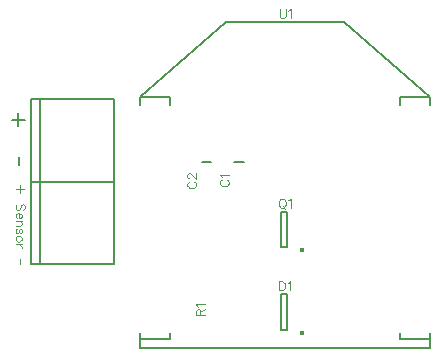
<source format=gto>
G04 DipTrace 2.4.0.2*
%INTopSilk.GTO*%
%MOMM*%
%ADD10C,0.15*%
%ADD13C,0.2*%
%ADD15O,0.392X0.391*%
%ADD33C,0.118*%
%ADD34C,0.196*%
%FSLAX53Y53*%
G04*
G71*
G90*
G75*
G01*
%LNTopSilk*%
%LPD*%
X25600Y-17301D2*
D10*
X26400D1*
X22850D2*
X23650D1*
D15*
X31374Y-31784D3*
X30100Y-31550D2*
D10*
Y-28550D1*
X29600D1*
Y-31550D1*
X30100D1*
X15400Y-12000D2*
D13*
Y-19000D1*
X9200D1*
X8400D1*
Y-12000D1*
X9200D1*
X15400D1*
X9200Y-19000D2*
Y-12000D1*
X15400Y-19000D2*
Y-26000D1*
X9200D1*
X8400D1*
Y-19000D1*
X9200D1*
X15400D1*
X9200Y-26000D2*
Y-19000D1*
D15*
X31374Y-24784D3*
X30100Y-24550D2*
D10*
Y-21550D1*
X29600D1*
Y-24550D1*
X30100D1*
X24909Y-5505D2*
D13*
X34911D1*
X17660Y-11855D2*
X24909Y-5505D1*
X42160Y-11855D2*
X34911Y-5505D1*
X17660Y-32355D2*
Y-33106D1*
X42160Y-32355D2*
Y-33106D1*
X17660D2*
X42160D1*
X17660Y-32355D2*
Y-31806D1*
Y-32355D2*
X20159D1*
Y-31806D1*
Y-12505D2*
Y-11855D1*
X17660D1*
Y-12505D1*
X39661Y-32355D2*
Y-31806D1*
Y-32355D2*
X42160D1*
Y-31806D1*
Y-12505D2*
Y-11855D1*
X39661D1*
Y-12505D1*
X24566Y-18836D2*
D33*
X24494Y-18873D1*
X24420Y-18946D1*
X24384Y-19018D1*
Y-19164D1*
X24420Y-19237D1*
X24494Y-19310D1*
X24566Y-19347D1*
X24676Y-19383D1*
X24858D1*
X24967Y-19347D1*
X25040Y-19310D1*
X25113Y-19237D1*
X25150Y-19164D1*
Y-19018D1*
X25113Y-18946D1*
X25040Y-18873D1*
X24967Y-18836D1*
X24531Y-18601D2*
X24494Y-18528D1*
X24385Y-18418D1*
X25150D1*
X21816Y-19000D2*
X21744Y-19036D1*
X21670Y-19110D1*
X21634Y-19182D1*
Y-19328D1*
X21670Y-19401D1*
X21744Y-19474D1*
X21816Y-19511D1*
X21926Y-19547D1*
X22108D1*
X22217Y-19511D1*
X22290Y-19474D1*
X22363Y-19401D1*
X22400Y-19328D1*
Y-19182D1*
X22363Y-19110D1*
X22290Y-19036D1*
X22217Y-19000D1*
X21817Y-18728D2*
X21781D1*
X21707Y-18692D1*
X21671Y-18655D1*
X21635Y-18582D1*
Y-18436D1*
X21671Y-18364D1*
X21707Y-18328D1*
X21781Y-18291D1*
X21853D1*
X21926Y-18328D1*
X22035Y-18400D1*
X22400Y-18765D1*
Y-18254D1*
X29408Y-27434D2*
Y-28200D1*
X29663D1*
X29773Y-28163D1*
X29846Y-28090D1*
X29882Y-28017D1*
X29918Y-27908D1*
Y-27726D1*
X29882Y-27616D1*
X29846Y-27544D1*
X29773Y-27470D1*
X29663Y-27434D1*
X29408D1*
X30154Y-27581D2*
X30227Y-27544D1*
X30336Y-27435D1*
Y-28200D1*
X29590Y-20434D2*
X29518Y-20469D1*
X29445Y-20543D1*
X29408Y-20616D1*
X29371Y-20726D1*
Y-20907D1*
X29408Y-21017D1*
X29445Y-21089D1*
X29518Y-21163D1*
X29590Y-21199D1*
X29736D1*
X29809Y-21163D1*
X29882Y-21089D1*
X29918Y-21017D1*
X29955Y-20907D1*
Y-20726D1*
X29918Y-20616D1*
X29882Y-20543D1*
X29809Y-20469D1*
X29736Y-20434D1*
X29590D1*
X29700Y-21053D2*
X29918Y-21272D1*
X30190Y-20581D2*
X30264Y-20544D1*
X30373Y-20435D1*
Y-21200D1*
X22749Y-30314D2*
Y-29987D1*
X22712Y-29877D1*
X22676Y-29840D1*
X22603Y-29804D1*
X22530D1*
X22457Y-29840D1*
X22420Y-29877D1*
X22384Y-29987D1*
Y-30314D1*
X23150D1*
X22749Y-30059D2*
X23150Y-29804D1*
X22531Y-29569D2*
X22494Y-29495D1*
X22385Y-29386D1*
X23150D1*
X29446Y-4389D2*
Y-4936D1*
X29482Y-5045D1*
X29555Y-5118D1*
X29665Y-5155D1*
X29737D1*
X29847Y-5118D1*
X29920Y-5045D1*
X29956Y-4936D1*
Y-4389D1*
X30191Y-4536D2*
X30265Y-4499D1*
X30374Y-4390D1*
Y-5155D1*
X6764Y-13771D2*
D34*
X7857D1*
X7311Y-14317D2*
Y-13224D1*
X7820Y-19610D2*
D33*
X7164D1*
X7491Y-19282D2*
Y-19938D1*
X7765Y-21425D2*
X7839Y-21352D1*
X7875Y-21243D1*
Y-21097D1*
X7839Y-20988D1*
X7765Y-20914D1*
X7693D1*
X7620Y-20951D1*
X7584Y-20988D1*
X7547Y-21060D1*
X7474Y-21279D1*
X7438Y-21352D1*
X7401Y-21388D1*
X7328Y-21425D1*
X7219D1*
X7146Y-21352D1*
X7109Y-21243D1*
Y-21097D1*
X7146Y-20988D1*
X7219Y-20914D1*
X7401Y-21660D2*
Y-22097D1*
X7474D1*
X7547Y-22061D1*
X7584Y-22025D1*
X7620Y-21951D1*
Y-21842D1*
X7584Y-21769D1*
X7510Y-21696D1*
X7401Y-21660D1*
X7328D1*
X7219Y-21696D1*
X7146Y-21769D1*
X7109Y-21842D1*
Y-21951D1*
X7146Y-22025D1*
X7219Y-22097D1*
X7620Y-22332D2*
X7109D1*
X7474D2*
X7584Y-22442D1*
X7620Y-22515D1*
Y-22624D1*
X7584Y-22697D1*
X7474Y-22733D1*
X7109D1*
X7510Y-23370D2*
X7584Y-23333D1*
X7620Y-23224D1*
Y-23114D1*
X7584Y-23005D1*
X7510Y-22969D1*
X7438Y-23005D1*
X7401Y-23078D1*
X7365Y-23260D1*
X7328Y-23333D1*
X7255Y-23370D1*
X7219D1*
X7146Y-23333D1*
X7109Y-23224D1*
Y-23114D1*
X7146Y-23005D1*
X7219Y-22969D1*
X7620Y-23787D2*
X7584Y-23714D1*
X7510Y-23641D1*
X7401Y-23605D1*
X7328D1*
X7219Y-23641D1*
X7146Y-23714D1*
X7109Y-23787D1*
Y-23896D1*
X7146Y-23970D1*
X7219Y-24042D1*
X7328Y-24079D1*
X7401D1*
X7510Y-24042D1*
X7584Y-23970D1*
X7620Y-23896D1*
Y-23787D1*
Y-24314D2*
X7109D1*
X7401D2*
X7510Y-24351D1*
X7584Y-24424D1*
X7620Y-24497D1*
Y-24607D1*
X7492Y-25583D2*
Y-26004D1*
X7393Y-17600D2*
D34*
Y-16898D1*
M02*

</source>
